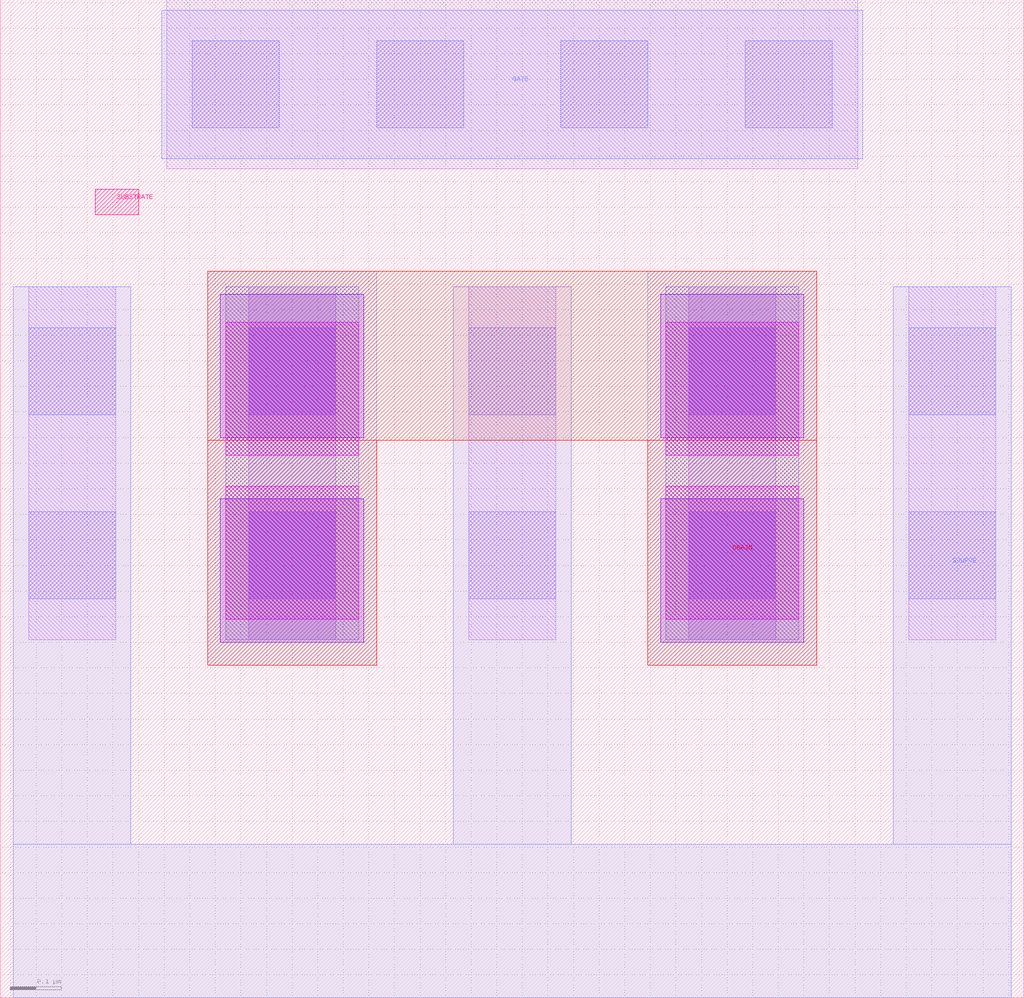
<source format=lef>
# Copyright 2020 The SkyWater PDK Authors
#
# Licensed under the Apache License, Version 2.0 (the "License");
# you may not use this file except in compliance with the License.
# You may obtain a copy of the License at
#
#     https://www.apache.org/licenses/LICENSE-2.0
#
# Unless required by applicable law or agreed to in writing, software
# distributed under the License is distributed on an "AS IS" BASIS,
# WITHOUT WARRANTIES OR CONDITIONS OF ANY KIND, either express or implied.
# See the License for the specific language governing permissions and
# limitations under the License.
#
# SPDX-License-Identifier: Apache-2.0

VERSION 5.7 ;
  NOWIREEXTENSIONATPIN ON ;
  DIVIDERCHAR "/" ;
  BUSBITCHARS "[]" ;
MACRO sky130_fd_pr__rf_nfet_01v8_lvt_aF04W0p84L0p15
  CLASS BLOCK ;
  FOREIGN sky130_fd_pr__rf_nfet_01v8_lvt_aF04W0p84L0p15 ;
  ORIGIN -0.180000  0.445000 ;
  SIZE  2.000000 BY  1.950000 ;
  PIN DRAIN
    ANTENNADIFFAREA  0.470400 ;
    PORT
      LAYER met3 ;
        RECT 0.585000 0.205000 0.915000 0.645000 ;
        RECT 0.585000 0.645000 1.775000 0.975000 ;
        RECT 1.445000 0.205000 1.775000 0.645000 ;
    END
  END DRAIN
  PIN GATE
    ANTENNAGATEAREA  0.504000 ;
    PORT
      LAYER met1 ;
        RECT 0.495000 1.195000 1.865000 1.485000 ;
    END
  END GATE
  PIN SOURCE
    ANTENNADIFFAREA  0.705600 ;
    PORT
      LAYER met1 ;
        RECT 0.205000 -0.445000 2.155000 -0.145000 ;
        RECT 0.205000 -0.145000 0.435000  0.945000 ;
        RECT 1.065000 -0.145000 1.295000  0.945000 ;
        RECT 1.925000 -0.145000 2.155000  0.945000 ;
    END
  END SOURCE
  PIN SUBSTRATE
    PORT
      LAYER pwell ;
        RECT 0.365000 1.085000 0.450000 1.135000 ;
    END
  END SUBSTRATE
  OBS
    LAYER li1 ;
      RECT 0.235000 0.255000 0.405000 0.945000 ;
      RECT 0.505000 1.175000 1.855000 1.505000 ;
      RECT 0.665000 0.255000 0.835000 0.945000 ;
      RECT 1.095000 0.255000 1.265000 0.945000 ;
      RECT 1.525000 0.255000 1.695000 0.945000 ;
      RECT 1.955000 0.255000 2.125000 0.945000 ;
    LAYER mcon ;
      RECT 0.235000 0.335000 0.405000 0.505000 ;
      RECT 0.235000 0.695000 0.405000 0.865000 ;
      RECT 0.555000 1.255000 0.725000 1.425000 ;
      RECT 0.665000 0.335000 0.835000 0.505000 ;
      RECT 0.665000 0.695000 0.835000 0.865000 ;
      RECT 0.915000 1.255000 1.085000 1.425000 ;
      RECT 1.095000 0.335000 1.265000 0.505000 ;
      RECT 1.095000 0.695000 1.265000 0.865000 ;
      RECT 1.275000 1.255000 1.445000 1.425000 ;
      RECT 1.525000 0.335000 1.695000 0.505000 ;
      RECT 1.525000 0.695000 1.695000 0.865000 ;
      RECT 1.635000 1.255000 1.805000 1.425000 ;
      RECT 1.955000 0.335000 2.125000 0.505000 ;
      RECT 1.955000 0.695000 2.125000 0.865000 ;
    LAYER met1 ;
      RECT 0.620000 0.255000 0.880000 0.945000 ;
      RECT 1.480000 0.255000 1.740000 0.945000 ;
    LAYER met2 ;
      RECT 0.585000 0.205000 0.915000 0.975000 ;
      RECT 1.445000 0.205000 1.775000 0.975000 ;
    LAYER via ;
      RECT 0.620000 0.295000 0.880000 0.555000 ;
      RECT 0.620000 0.615000 0.880000 0.875000 ;
      RECT 1.480000 0.295000 1.740000 0.555000 ;
      RECT 1.480000 0.615000 1.740000 0.875000 ;
    LAYER via2 ;
      RECT 0.610000 0.250000 0.890000 0.530000 ;
      RECT 0.610000 0.650000 0.890000 0.930000 ;
      RECT 1.470000 0.250000 1.750000 0.530000 ;
      RECT 1.470000 0.650000 1.750000 0.930000 ;
  END
END sky130_fd_pr__rf_nfet_01v8_lvt_aF04W0p84L0p15
END LIBRARY

</source>
